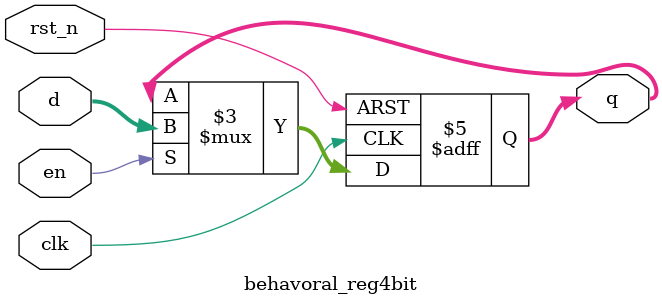
<source format=sv>
`timescale 1ns / 1ps


module behavoral_reg4bit  #(
    parameter n = 4 // Width of the register
)(
    input logic [n-1:0] d,    // 4-bit input data
    input logic clk,        // Clock signal
    input logic rst_n,      // Asynchronous active-low reset
    input logic en, 
    output logic [n-1:0] q    // 4-bit output
);



 
always @(posedge clk , negedge rst_n)
begin 
  if (~rst_n)  //active low   
    q <= 1'b0;
      
  else if(en)
      q<= d;
end        
endmodule




</source>
